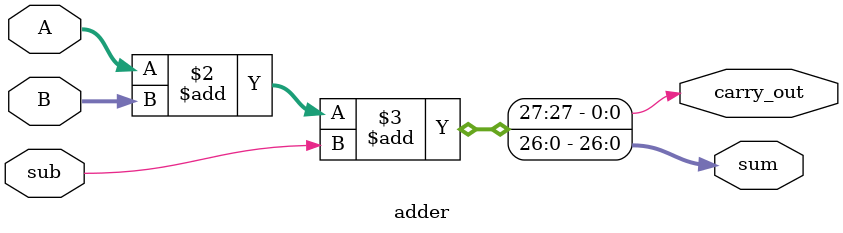
<source format=v>
    module adder (A,B,sub,sum,carry_out);
input [26:0]A,B;
input sub;
output reg [26:0]sum;
output reg carry_out;
always@(*)
begin
    {carry_out , sum} = A + B + sub;
end
endmodule
    

</source>
